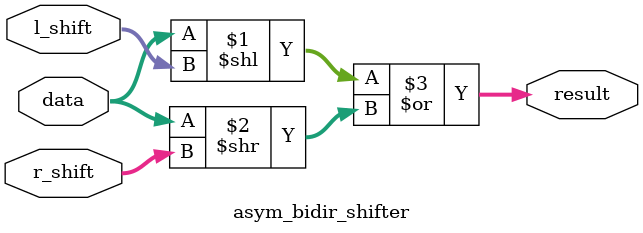
<source format=sv>
module asym_bidir_shifter (
    input [15:0] data,
    input [3:0] l_shift, // 左移量
    input [2:0] r_shift, // 右移量
    output [15:0] result
);
assign result = (data << l_shift) | (data >> r_shift);
endmodule
</source>
